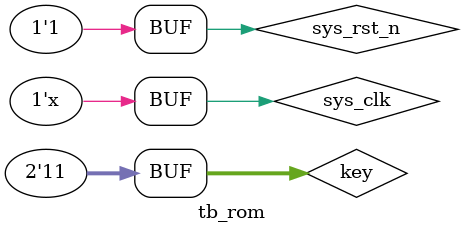
<source format=v>
`timescale 1ns/1ns
module tb_rom();

reg sys_clk;
reg sys_rst_n;
reg [1:0] key;
wire stcp;
wire shcp;
wire ds;
wire oe;

ROM ROM_inst(
    .sys_clk(sys_clk),
    .sys_rst_n(sys_rst_n),
    .key(key),
    .stcp(stcp),
    .shcp(shcp),
    .ds(ds),
    .oe(oe)
);

// Reset logic
initial begin
    sys_clk = 1'b1;
    sys_rst_n = 1'b0;
    key <= 2'b11;
    #200 sys_rst_n = 1'b1;
    #2000000 key[0] <= 1'b0;
    #20 key[0] <= 1'b1;
    #20 key[0] <= 1'b0;
    #20 key[0] <= 1'b1;
    #20 key[0] <= 1'b0;
    #20 key[0] <= 1'b1;
    #20 key[0] <= 1'b0;
    #20 key[0] <= 1'b1;
    #20 key[0] <= 1'b0;
    #20 key[0] <= 1'b1;
    #2000000 key[1] <= 1'b0;
    #20 key[1] <= 1'b1;
    #20 key[1] <= 1'b0;
    #20 key[1] <= 1'b1;
    #20 key[1] <= 1'b0;
    #20 key[1] <= 1'b1;
    #20 key[1] <= 1'b0;
    #20 key[1] <= 1'b1;
    #20 key[1] <= 1'b0;
    #20 key[1] <= 1'b1;
    #2000000 key[1] <= 1'b0;
    #20 key[1] <= 1'b1;
    #20 key[1] <= 1'b0;
    #20 key[1] <= 1'b1;
    #20 key[1] <= 1'b0;
    #20 key[1] <= 1'b1;
    #20 key[1] <= 1'b0;
    #20 key[1] <= 1'b1;
    #20 key[1] <= 1'b0;
    #20 key[1] <= 1'b1;
    #2000000 key[1] <= 1'b0;
    #20 key[1] <= 1'b1;
    #20 key[1] <= 1'b0;
    #20 key[1] <= 1'b1;
    #20 key[1] <= 1'b0;
    #20 key[1] <= 1'b1;
    #20 key[1] <= 1'b0;
    #20 key[1] <= 1'b1;
    #20 key[1] <= 1'b0;
    #20 key[1] <= 1'b1;
    #2000000 key[0] <= 1'b0;
    #20 key[0] <= 1'b1;
    #20 key[0] <= 1'b0;
    #20 key[0] <= 1'b1;
    #20 key[0] <= 1'b0;
    #20 key[0] <= 1'b1;
    #20 key[0] <= 1'b0;
    #20 key[0] <= 1'b1;
    #20 key[0] <= 1'b0;
    #20 key[0] <= 1'b1;
    #2000000 key[0] <= 1'b0;
    #20 key[0] <= 1'b1;
    #20 key[0] <= 1'b0;
    #20 key[0] <= 1'b1;
    #20 key[0] <= 1'b0;
    #20 key[0] <= 1'b1;
    #20 key[0] <= 1'b0;
    #20 key[0] <= 1'b1;
    #20 key[0] <= 1'b0;
    #20 key[0] <= 1'b1;
end

always #10 sys_clk <= ~sys_clk;

defparam ROM_inst.key1_filter_inst.CNT_MAX=5;
defparam ROM_inst.key2_filter_inst.CNT_MAX=5;
defparam ROM_inst.rom_ctrl_inst.CNT_MAX=99;

endmodule
</source>
